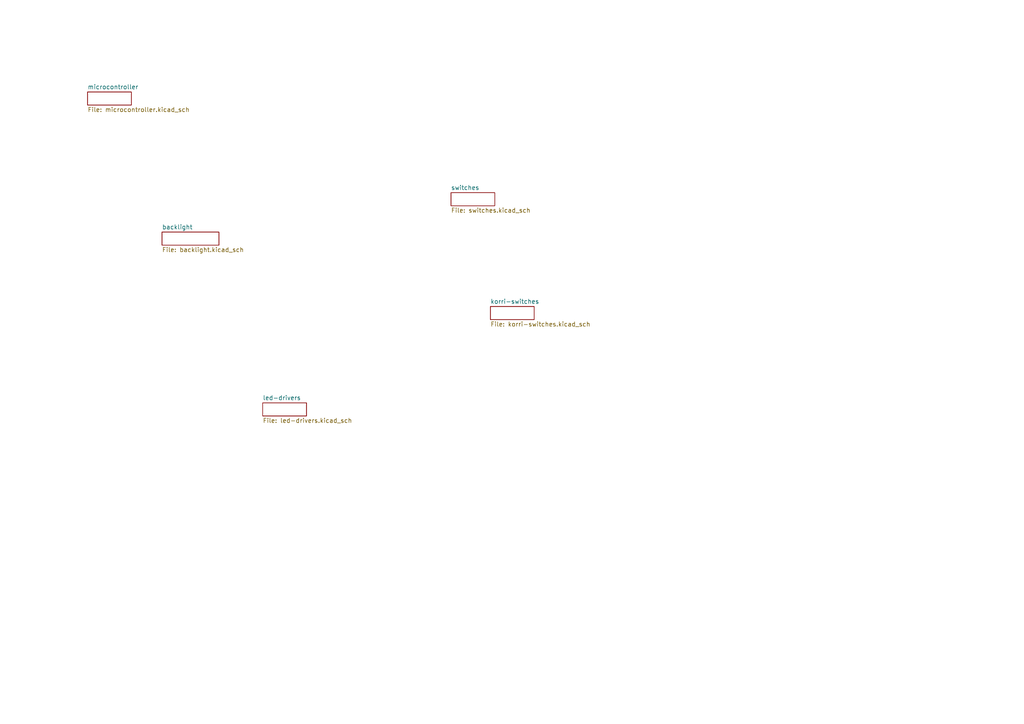
<source format=kicad_sch>
(kicad_sch
	(version 20231120)
	(generator "eeschema")
	(generator_version "8.0")
	(uuid "a6380c82-c7b7-4173-9d72-a54a48f51bc9")
	(paper "A4")
	(lib_symbols)
	(sheet
		(at 76.2 116.84)
		(size 12.7 3.81)
		(fields_autoplaced yes)
		(stroke
			(width 0.1524)
			(type solid)
		)
		(fill
			(color 0 0 0 0.0000)
		)
		(uuid "2733d106-f7fc-43bb-8d79-982f2580d593")
		(property "Sheetname" "led-drivers"
			(at 76.2 116.1284 0)
			(effects
				(font
					(size 1.27 1.27)
				)
				(justify left bottom)
			)
		)
		(property "Sheetfile" "led-drivers.kicad_sch"
			(at 76.2 121.2346 0)
			(effects
				(font
					(size 1.27 1.27)
				)
				(justify left top)
			)
		)
		(instances
			(project "a320-overhead-lights"
				(path "/a6380c82-c7b7-4173-9d72-a54a48f51bc9"
					(page "6")
				)
			)
		)
	)
	(sheet
		(at 142.24 88.9)
		(size 12.7 3.81)
		(fields_autoplaced yes)
		(stroke
			(width 0.1524)
			(type solid)
		)
		(fill
			(color 0 0 0 0.0000)
		)
		(uuid "5475985d-b23d-4b9f-a5ee-16f550599801")
		(property "Sheetname" "korri-switches"
			(at 142.24 88.1884 0)
			(effects
				(font
					(size 1.27 1.27)
				)
				(justify left bottom)
			)
		)
		(property "Sheetfile" "korri-switches.kicad_sch"
			(at 142.24 93.2946 0)
			(effects
				(font
					(size 1.27 1.27)
				)
				(justify left top)
			)
		)
		(instances
			(project "a320-overhead-lights"
				(path "/a6380c82-c7b7-4173-9d72-a54a48f51bc9"
					(page "5")
				)
			)
		)
	)
	(sheet
		(at 46.99 67.31)
		(size 16.51 3.81)
		(fields_autoplaced yes)
		(stroke
			(width 0.1524)
			(type solid)
		)
		(fill
			(color 0 0 0 0.0000)
		)
		(uuid "59f3ac5f-7e35-49e8-9af5-f8116ac35179")
		(property "Sheetname" "backlight"
			(at 46.99 66.5984 0)
			(effects
				(font
					(size 1.27 1.27)
				)
				(justify left bottom)
			)
		)
		(property "Sheetfile" "backlight.kicad_sch"
			(at 46.99 71.7046 0)
			(effects
				(font
					(size 1.27 1.27)
				)
				(justify left top)
			)
		)
		(instances
			(project "a320-overhead-lights"
				(path "/a6380c82-c7b7-4173-9d72-a54a48f51bc9"
					(page "4")
				)
			)
		)
	)
	(sheet
		(at 25.4 26.67)
		(size 12.7 3.81)
		(fields_autoplaced yes)
		(stroke
			(width 0.1524)
			(type solid)
		)
		(fill
			(color 0 0 0 0.0000)
		)
		(uuid "a8c9e1b2-afac-43eb-af82-1230f858a352")
		(property "Sheetname" "microcontroller"
			(at 25.4 25.9584 0)
			(effects
				(font
					(size 1.27 1.27)
				)
				(justify left bottom)
			)
		)
		(property "Sheetfile" "microcontroller.kicad_sch"
			(at 25.4 31.0646 0)
			(effects
				(font
					(size 1.27 1.27)
				)
				(justify left top)
			)
		)
		(instances
			(project "a320-overhead-lights"
				(path "/a6380c82-c7b7-4173-9d72-a54a48f51bc9"
					(page "2")
				)
			)
		)
	)
	(sheet
		(at 130.81 55.88)
		(size 12.7 3.81)
		(fields_autoplaced yes)
		(stroke
			(width 0.1524)
			(type solid)
		)
		(fill
			(color 0 0 0 0.0000)
		)
		(uuid "f311d552-6ed7-467d-bc2b-ae43fbec4ef0")
		(property "Sheetname" "switches"
			(at 130.81 55.1684 0)
			(effects
				(font
					(size 1.27 1.27)
				)
				(justify left bottom)
			)
		)
		(property "Sheetfile" "switches.kicad_sch"
			(at 130.81 60.2746 0)
			(effects
				(font
					(size 1.27 1.27)
				)
				(justify left top)
			)
		)
		(instances
			(project "a320-overhead-lights"
				(path "/a6380c82-c7b7-4173-9d72-a54a48f51bc9"
					(page "3")
				)
			)
		)
	)
	(sheet_instances
		(path "/"
			(page "1")
		)
	)
)

</source>
